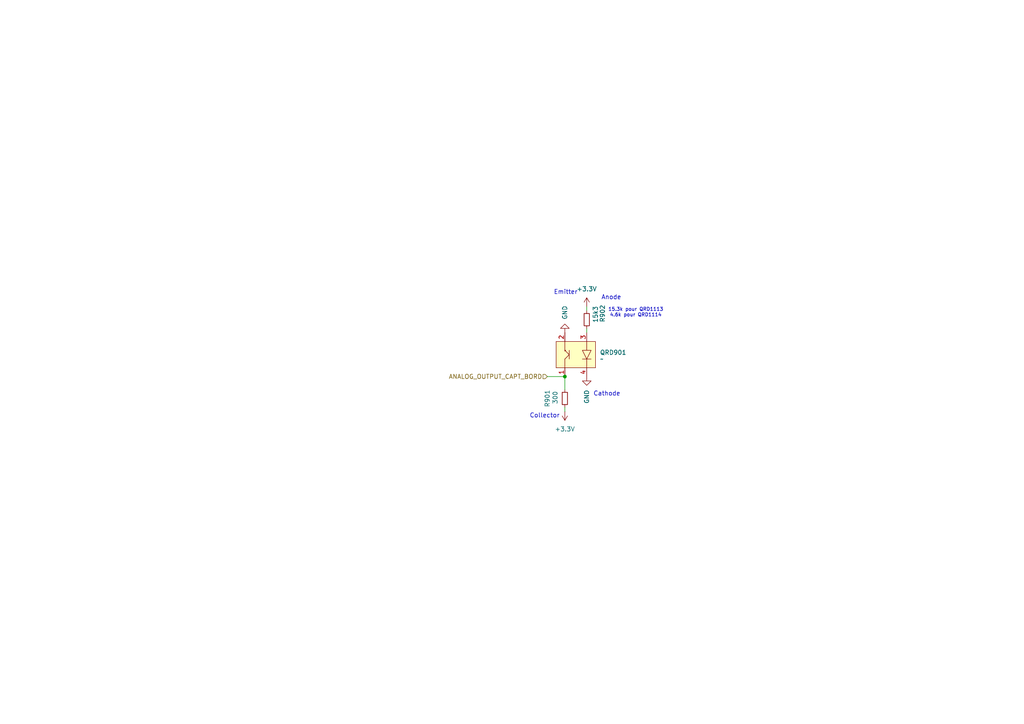
<source format=kicad_sch>
(kicad_sch (version 20231120) (generator "eeschema") (generator_version "8.0")
  (paper "A4")
  (lib_symbols
    (symbol "Device:R_Small" (pin_numbers hide) (pin_names (offset 0.254) hide)
      (property "Reference" "R" (at 0.762 0.508 0))
      (property "Value" "R_Small" (at 0.762 -1.016 0))
      (symbol "R_Small_0_1"
        (rectangle (start -0.762 1.778) (end 0.762 -1.778) (stroke (width 0.2032)))
      )
      (symbol "R_Small_1_1"
        (pin passive line (at 0 2.54 270) (length 0.762) (name "~") (number "1"))
        (pin passive line (at 0 -2.54 90) (length 0.762) (name "~") (number "2"))
      )
    )
    (symbol "QRD1113:QRD1113"
      (property "Reference" "QRD1113" (at 0 0 0))
      (symbol "QRD1113_0_1"
        (polyline (pts (xy -15.24 -1.27) (xy -15.24 -3.81)))
        (polyline (pts (xy -15.24 1.27) (xy -15.24 3.81)))
      )
      (symbol "QRD1113_1_1"
        (rectangle (start -17.78 3.81) (end -6.35 -3.81) (fill (type background)))
        (polyline (pts (xy -15.24 1.27) (xy -15.24 1.016) (xy -15.24 1.27) (xy -14.986 1.27)))
        (polyline (pts (xy -13.97 1.27) (xy -13.97 -1.27) (xy -13.97 0) (xy -15.24 -1.27) (xy -13.97 0) (xy -15.24 1.27)))
        (polyline (pts (xy -8.89 3.81) (xy -8.89 1.27) (xy -7.62 1.27) (xy -8.89 -1.27) (xy -10.16 1.27) (xy -8.89 1.27) (xy -7.62 1.27) (xy -8.89 -1.27) (xy -10.16 -1.27) (xy -7.62 -1.27) (xy -8.89 -1.27) (xy -8.89 -3.81)))
        (pin bidirectional line (at -15.24 -6.35 90) (length 2.54) (name "") (number "1"))
        (pin bidirectional line (at -15.24 6.35 270) (length 2.54) (name "") (number "2"))
        (pin bidirectional line (at -8.89 6.35 270) (length 2.54) (name "") (number "3"))
        (pin bidirectional line (at -8.89 -6.35 90) (length 2.54) (name "") (number "4"))
      )
    )
    (symbol "power:+3.3V" (power) (pin_numbers hide) (pin_names (offset 0) hide)
      (property "Value" "+3.3V" (at 0 3.556 0))
      (symbol "+3.3V_0_1"
        (polyline (pts (xy -0.762 1.27) (xy 0 2.54)))
        (polyline (pts (xy 0 0) (xy 0 2.54)))
        (polyline (pts (xy 0 2.54) (xy 0.762 1.27)))
      )
      (symbol "+3.3V_1_1"
        (pin power_in line (at 0 0 90) (length 0) (name "~") (number "1"))
      )
    )
    (symbol "power:GND" (power) (pin_numbers hide) (pin_names (offset 0) hide)
      (property "Value" "GND" (at 0 -3.81 0))
      (symbol "GND_0_1"
        (polyline (pts (xy 0 0) (xy 0 -1.27) (xy 1.27 -1.27) (xy 0 -2.54) (xy -1.27 -1.27) (xy 0 -1.27)))
      )
      (symbol "GND_1_1"
        (pin power_in line (at 0 0 270) (length 0) (name "~") (number "1"))
      )
    )
  )
  (junction (at 163.83 109.22))
  (wire (pts (xy 170.18 95.25) (xy 170.18 96.52)))
  (wire (pts (xy 163.83 118.11) (xy 163.83 119.38)))
  (wire (pts (xy 158.75 109.22) (xy 163.83 109.22)))
  (wire (pts (xy 170.18 90.17) (xy 170.18 88.9)))
  (wire (pts (xy 163.83 113.03) (xy 163.83 109.22)))
  (text "15.3k pour QRD1113\n4.6k pour QRD1114\n" (at 184.404 90.678 0) (effects (font (size 1 1))))
  (text "Emitter" (at 164.084 84.836 0) (effects (font (size 1.27 1.27))))
  (text "Anode" (at 177.292 86.36 0) (effects (font (size 1.27 1.27))))
  (text "Cathode" (at 176.022 114.3 0) (effects (font (size 1.27 1.27))))
  (text "Collector" (at 157.988 120.65 0) (effects (font (size 1.27 1.27))))
  (hierarchical_label "ANALOG_OUTPUT_CAPT_BORD" (shape input) (at 158.75 109.22 180))
  (symbol (lib_id "power:+3.3V") (at 163.83 119.38 180) (unit 1)
    (property "Reference" "#PWR0902" (effects (hide yes)))
    (property "Value" "+3.3V" (at 163.83 124.46 0))
    (property "Description" "Power symbol creates a global label with name \"+3.3V\"" (effects (hide yes)))
    (instances (project "Projet_torero" (path "" (reference "#PWR0902") (unit 1)) (path "" (reference "#PWR0802") (unit 1))))
  )
  (symbol (lib_id "Device:R_Small") (at 163.83 115.57 180) (unit 1)
    (property "Reference" "R901" (at 158.75 115.57 90))
    (property "Value" "300" (at 161.036 115.316 90))
    (property "Footprint" "Resistor_SMD:R_0603_1608Metric" (effects (hide yes)))
    (property "Description" "Resistor, small symbol" (effects (hide yes)))
    (instances (project "Projet_torero" (path "" (reference "R901") (unit 1)) (path "" (reference "R801") (unit 1))))
  )
  (symbol (lib_id "QRD1113:QRD1113") (at 179.07 102.87 0) (unit 1)
    (property "Reference" "QRD901" (at 173.99 102.2349 0) (effects (justify left)))
    (property "Value" "~" (at 173.99 104.14 0) (effects (justify left)))
    (property "Footprint" "Connector_JST:JST_XH_S4B-XH-A_1x04_P2.50mm_Horizontal" (effects (hide yes)))
    (instances (project "Projet_torero" (path "" (reference "QRD901") (unit 1)) (path "" (reference "QRD801") (unit 1))))
  )
  (symbol (lib_id "power:GND") (at 163.83 96.52 180) (unit 1)
    (property "Reference" "#PWR0901" (effects (hide yes)))
    (property "Value" "GND" (at 163.8299 92.71 90) (effects (justify right)))
    (property "Description" "Power symbol creates a global label with name \"GND\" , ground" (effects (hide yes)))
    (instances (project "Projet_torero" (path "" (reference "#PWR0901") (unit 1)) (path "" (reference "#PWR0801") (unit 1))))
  )
  (symbol (lib_id "power:+3.3V") (at 170.18 88.9 0) (unit 1)
    (property "Reference" "#PWR04" (effects (hide yes)))
    (property "Value" "+3.3V" (at 170.18 83.82 0))
    (property "Description" "Power symbol creates a global label with name \"+3.3V\"" (effects (hide yes)))
    (instances (project "" (path "" (reference "#PWR04") (unit 1)) (path "" (reference "#PWR03") (unit 1))))
  )
  (symbol (lib_id "power:GND") (at 170.18 109.22 0) (unit 1)
    (property "Reference" "#PWR0904" (effects (hide yes)))
    (property "Value" "GND" (at 170.1799 113.03 90) (effects (justify right)))
    (property "Description" "Power symbol creates a global label with name \"GND\" , ground" (effects (hide yes)))
    (instances (project "Projet_torero" (path "" (reference "#PWR0904") (unit 1)) (path "" (reference "#PWR0804") (unit 1))))
  )
  (symbol (lib_id "Device:R_Small") (at 170.18 92.71 180) (unit 1)
    (property "Reference" "R902" (at 174.752 90.932 90))
    (property "Value" "15k3" (at 172.72 91.186 90))
    (property "Footprint" "Resistor_SMD:R_0603_1608Metric" (effects (hide yes)))
    (property "Description" "Resistor, small symbol" (effects (hide yes)))
    (instances (project "Projet_torero" (path "" (reference "R902") (unit 1)) (path "" (reference "R802") (unit 1))))
  )
)
</source>
